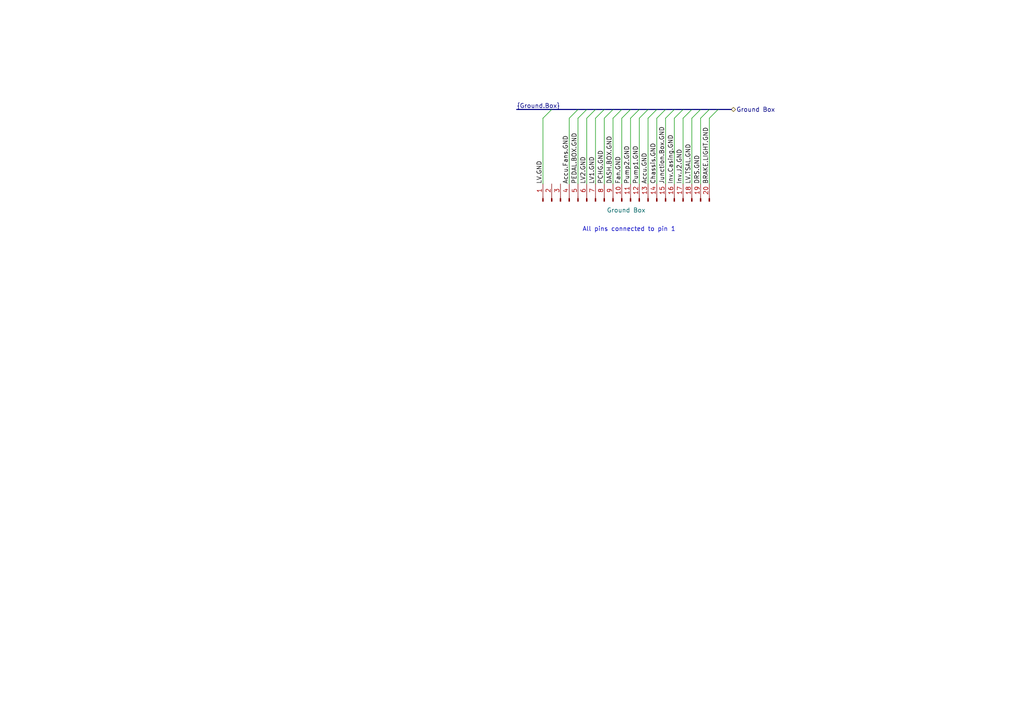
<source format=kicad_sch>
(kicad_sch (version 20230121) (generator eeschema)
  (paper "A4")
  (lib_symbols
    (symbol "Connector:Conn_01x20_Pin" (pin_names (offset 1.016) hide)
      (property "Reference" "J" (at 0 25.4 0))
      (property "Value" "Conn_01x20_Pin" (at 0 -27.94 0))
      (symbol "Conn_01x20_Pin_1_1"
        (polyline (pts (xy 1.27 -25.4) (xy 0.8636 -25.4)) (stroke (width 0.1524)))
        (polyline (pts (xy 1.27 -22.86) (xy 0.8636 -22.86)) (stroke (width 0.1524)))
        (polyline (pts (xy 1.27 -20.32) (xy 0.8636 -20.32)) (stroke (width 0.1524)))
        (polyline (pts (xy 1.27 -17.78) (xy 0.8636 -17.78)) (stroke (width 0.1524)))
        (polyline (pts (xy 1.27 -15.24) (xy 0.8636 -15.24)) (stroke (width 0.1524)))
        (polyline (pts (xy 1.27 -12.7) (xy 0.8636 -12.7)) (stroke (width 0.1524)))
        (polyline (pts (xy 1.27 -10.16) (xy 0.8636 -10.16)) (stroke (width 0.1524)))
        (polyline (pts (xy 1.27 -7.62) (xy 0.8636 -7.62)) (stroke (width 0.1524)))
        (polyline (pts (xy 1.27 -5.08) (xy 0.8636 -5.08)) (stroke (width 0.1524)))
        (polyline (pts (xy 1.27 -2.54) (xy 0.8636 -2.54)) (stroke (width 0.1524)))
        (polyline (pts (xy 1.27 0) (xy 0.8636 0)) (stroke (width 0.1524)))
        (polyline (pts (xy 1.27 2.54) (xy 0.8636 2.54)) (stroke (width 0.1524)))
        (polyline (pts (xy 1.27 5.08) (xy 0.8636 5.08)) (stroke (width 0.1524)))
        (polyline (pts (xy 1.27 7.62) (xy 0.8636 7.62)) (stroke (width 0.1524)))
        (polyline (pts (xy 1.27 10.16) (xy 0.8636 10.16)) (stroke (width 0.1524)))
        (polyline (pts (xy 1.27 12.7) (xy 0.8636 12.7)) (stroke (width 0.1524)))
        (polyline (pts (xy 1.27 15.24) (xy 0.8636 15.24)) (stroke (width 0.1524)))
        (polyline (pts (xy 1.27 17.78) (xy 0.8636 17.78)) (stroke (width 0.1524)))
        (polyline (pts (xy 1.27 20.32) (xy 0.8636 20.32)) (stroke (width 0.1524)))
        (polyline (pts (xy 1.27 22.86) (xy 0.8636 22.86)) (stroke (width 0.1524)))
        (rectangle (start 0.8636 -25.273) (end 0 -25.527) (stroke (width 0.1524)) (fill (type outline)))
        (rectangle (start 0.8636 -22.733) (end 0 -22.987) (stroke (width 0.1524)) (fill (type outline)))
        (rectangle (start 0.8636 -20.193) (end 0 -20.447) (stroke (width 0.1524)) (fill (type outline)))
        (rectangle (start 0.8636 -17.653) (end 0 -17.907) (stroke (width 0.1524)) (fill (type outline)))
        (rectangle (start 0.8636 -15.113) (end 0 -15.367) (stroke (width 0.1524)) (fill (type outline)))
        (rectangle (start 0.8636 -12.573) (end 0 -12.827) (stroke (width 0.1524)) (fill (type outline)))
        (rectangle (start 0.8636 -10.033) (end 0 -10.287) (stroke (width 0.1524)) (fill (type outline)))
        (rectangle (start 0.8636 -7.493) (end 0 -7.747) (stroke (width 0.1524)) (fill (type outline)))
        (rectangle (start 0.8636 -4.953) (end 0 -5.207) (stroke (width 0.1524)) (fill (type outline)))
        (rectangle (start 0.8636 -2.413) (end 0 -2.667) (stroke (width 0.1524)) (fill (type outline)))
        (rectangle (start 0.8636 0.127) (end 0 -0.127) (stroke (width 0.1524)) (fill (type outline)))
        (rectangle (start 0.8636 2.667) (end 0 2.413) (stroke (width 0.1524)) (fill (type outline)))
        (rectangle (start 0.8636 5.207) (end 0 4.953) (stroke (width 0.1524)) (fill (type outline)))
        (rectangle (start 0.8636 7.747) (end 0 7.493) (stroke (width 0.1524)) (fill (type outline)))
        (rectangle (start 0.8636 10.287) (end 0 10.033) (stroke (width 0.1524)) (fill (type outline)))
        (rectangle (start 0.8636 12.827) (end 0 12.573) (stroke (width 0.1524)) (fill (type outline)))
        (rectangle (start 0.8636 15.367) (end 0 15.113) (stroke (width 0.1524)) (fill (type outline)))
        (rectangle (start 0.8636 17.907) (end 0 17.653) (stroke (width 0.1524)) (fill (type outline)))
        (rectangle (start 0.8636 20.447) (end 0 20.193) (stroke (width 0.1524)) (fill (type outline)))
        (rectangle (start 0.8636 22.987) (end 0 22.733) (stroke (width 0.1524)) (fill (type outline)))
        (pin passive line (at 5.08 22.86 180) (length 3.81) (name "Pin_1") (number "1"))
        (pin passive line (at 5.08 0 180) (length 3.81) (name "Pin_10") (number "10"))
        (pin passive line (at 5.08 -2.54 180) (length 3.81) (name "Pin_11") (number "11"))
        (pin passive line (at 5.08 -5.08 180) (length 3.81) (name "Pin_12") (number "12"))
        (pin passive line (at 5.08 -7.62 180) (length 3.81) (name "Pin_13") (number "13"))
        (pin passive line (at 5.08 -10.16 180) (length 3.81) (name "Pin_14") (number "14"))
        (pin passive line (at 5.08 -12.7 180) (length 3.81) (name "Pin_15") (number "15"))
        (pin passive line (at 5.08 -15.24 180) (length 3.81) (name "Pin_16") (number "16"))
        (pin passive line (at 5.08 -17.78 180) (length 3.81) (name "Pin_17") (number "17"))
        (pin passive line (at 5.08 -20.32 180) (length 3.81) (name "Pin_18") (number "18"))
        (pin passive line (at 5.08 -22.86 180) (length 3.81) (name "Pin_19") (number "19"))
        (pin passive line (at 5.08 20.32 180) (length 3.81) (name "Pin_2") (number "2"))
        (pin passive line (at 5.08 -25.4 180) (length 3.81) (name "Pin_20") (number "20"))
        (pin passive line (at 5.08 17.78 180) (length 3.81) (name "Pin_3") (number "3"))
        (pin passive line (at 5.08 15.24 180) (length 3.81) (name "Pin_4") (number "4"))
        (pin passive line (at 5.08 12.7 180) (length 3.81) (name "Pin_5") (number "5"))
        (pin passive line (at 5.08 10.16 180) (length 3.81) (name "Pin_6") (number "6"))
        (pin passive line (at 5.08 7.62 180) (length 3.81) (name "Pin_7") (number "7"))
        (pin passive line (at 5.08 5.08 180) (length 3.81) (name "Pin_8") (number "8"))
        (pin passive line (at 5.08 2.54 180) (length 3.81) (name "Pin_9") (number "9"))
      )
    )
  )
  (bus_entry (at 185.42 31.75) (size -2.54 2.54))
  (bus_entry (at 205.74 31.75) (size -2.54 2.54))
  (bus_entry (at 172.72 31.75) (size -2.54 2.54))
  (bus_entry (at 177.8 31.75) (size -2.54 2.54))
  (bus_entry (at 175.26 31.75) (size -2.54 2.54))
  (bus_entry (at 187.96 31.75) (size -2.54 2.54))
  (bus_entry (at 170.18 31.75) (size -2.54 2.54))
  (bus_entry (at 203.2 31.75) (size -2.54 2.54))
  (bus_entry (at 182.88 31.75) (size -2.54 2.54))
  (bus_entry (at 208.28 31.75) (size -2.54 2.54))
  (bus_entry (at 190.5 31.75) (size -2.54 2.54))
  (bus_entry (at 198.12 31.75) (size -2.54 2.54))
  (bus_entry (at 195.58 31.75) (size -2.54 2.54))
  (bus_entry (at 167.64 31.75) (size -2.54 2.54))
  (bus_entry (at 200.66 31.75) (size -2.54 2.54))
  (bus_entry (at 160.02 31.75) (size -2.54 2.54))
  (bus_entry (at 193.04 31.75) (size -2.54 2.54))
  (bus_entry (at 180.34 31.75) (size -2.54 2.54))
  (bus (pts (xy 160.02 31.75) (xy 167.64 31.75)))
  (bus (pts (xy 182.88 31.75) (xy 185.42 31.75)))
  (bus (pts (xy 205.74 31.75) (xy 208.28 31.75)))
  (bus (pts (xy 185.42 31.75) (xy 187.96 31.75)))
  (wire (pts (xy 172.72 34.29) (xy 172.72 53.34)))
  (bus (pts (xy 175.26 31.75) (xy 177.8 31.75)))
  (bus (pts (xy 170.18 31.75) (xy 172.72 31.75)))
  (bus (pts (xy 208.28 31.75) (xy 212.09 31.75)))
  (bus (pts (xy 195.58 31.75) (xy 198.12 31.75)))
  (bus (pts (xy 193.04 31.75) (xy 195.58 31.75)))
  (wire (pts (xy 203.2 34.29) (xy 203.2 53.34)))
  (wire (pts (xy 187.96 34.29) (xy 187.96 53.34)))
  (bus (pts (xy 180.34 31.75) (xy 182.88 31.75)))
  (wire (pts (xy 165.1 34.29) (xy 165.1 53.34)))
  (wire (pts (xy 180.34 34.29) (xy 180.34 53.34)))
  (bus (pts (xy 198.12 31.75) (xy 200.66 31.75)))
  (bus (pts (xy 187.96 31.75) (xy 190.5 31.75)))
  (bus (pts (xy 167.64 31.75) (xy 170.18 31.75)))
  (wire (pts (xy 175.26 34.29) (xy 175.26 53.34)))
  (wire (pts (xy 193.04 34.29) (xy 193.04 53.34)))
  (wire (pts (xy 177.8 34.29) (xy 177.8 53.34)))
  (bus (pts (xy 190.5 31.75) (xy 193.04 31.75)))
  (wire (pts (xy 190.5 34.29) (xy 190.5 53.34)))
  (wire (pts (xy 185.42 34.29) (xy 185.42 53.34)))
  (wire (pts (xy 170.18 34.29) (xy 170.18 53.34)))
  (bus (pts (xy 177.8 31.75) (xy 180.34 31.75)))
  (wire (pts (xy 205.74 34.29) (xy 205.74 53.34)))
  (wire (pts (xy 195.58 34.29) (xy 195.58 53.34)))
  (wire (pts (xy 200.66 34.29) (xy 200.66 53.34)))
  (wire (pts (xy 157.48 34.29) (xy 157.48 53.34)))
  (wire (pts (xy 198.12 34.29) (xy 198.12 53.34)))
  (bus (pts (xy 149.86 31.75) (xy 160.02 31.75)))
  (wire (pts (xy 182.88 34.29) (xy 182.88 53.34)))
  (wire (pts (xy 167.64 34.29) (xy 167.64 53.34)))
  (bus (pts (xy 200.66 31.75) (xy 203.2 31.75)))
  (bus (pts (xy 203.2 31.75) (xy 205.74 31.75)))
  (bus (pts (xy 172.72 31.75) (xy 175.26 31.75)))
  (text "All pins connected to pin 1" (at 168.91 67.31 0) (effects (font (size 1.27 1.27)) (justify left bottom)))
  (label "Pump1.GND" (at 185.42 53.34 90))
  (label "Inv.J2.GND" (at 198.12 53.34 90))
  (label "Fan.GND" (at 180.34 53.34 90))
  (label "Pump2.GND" (at 182.88 53.34 90))
  (label "{Ground.Box}" (at 149.86 31.75 0))
  (label "Junction.Box.GND" (at 193.04 53.34 90))
  (label "DRS.GND" (at 203.2 53.34 90))
  (label "BRAKE.LIGHT.GND" (at 205.74 53.34 90))
  (label "Inv.Casing.GND" (at 195.58 53.34 90))
  (label "DASH.BOX.GND" (at 177.8 53.34 90))
  (label "LV.TSAL.GND" (at 200.66 53.34 90))
  (label "PEDAL.BOX.GND" (at 167.64 53.34 90))
  (label "LV1.GND" (at 172.72 53.34 90))
  (label "PCHG.GND" (at 175.26 53.34 90))
  (label "LV.GND" (at 157.48 53.34 90))
  (label "LV2.GND" (at 170.18 53.34 90))
  (label "Accu.GND" (at 187.96 53.34 90))
  (label "Accu.Fans.GND" (at 165.1 53.34 90))
  (label "Chassis.GND" (at 190.5 53.34 90))
  (hierarchical_label "Ground Box" (shape bidirectional) (at 212.09 31.75 0))
  (symbol (lib_id "Connector:Conn_01x20_Pin") (at 180.34 58.42 90) (unit 1)
    (property "Reference" "J41" (effects hide))
    (property "Value" "Ground Box" (at 181.61 60.96 90))
  )
)
</source>
